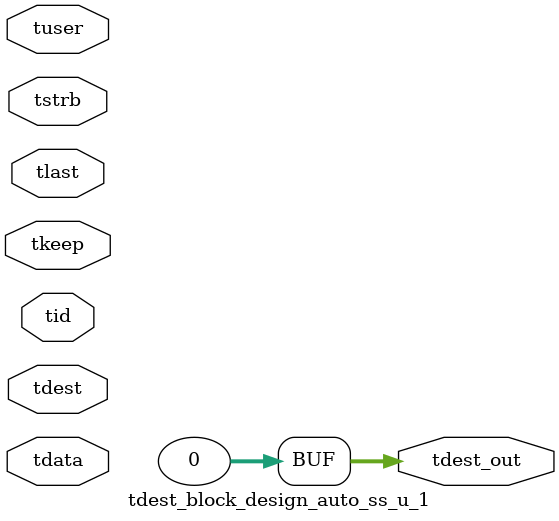
<source format=v>


`timescale 1ps/1ps

module tdest_block_design_auto_ss_u_1 #
(
parameter C_S_AXIS_TDATA_WIDTH = 32,
parameter C_S_AXIS_TUSER_WIDTH = 0,
parameter C_S_AXIS_TID_WIDTH   = 0,
parameter C_S_AXIS_TDEST_WIDTH = 0,
parameter C_M_AXIS_TDEST_WIDTH = 32
)
(
input  [(C_S_AXIS_TDATA_WIDTH == 0 ? 1 : C_S_AXIS_TDATA_WIDTH)-1:0     ] tdata,
input  [(C_S_AXIS_TUSER_WIDTH == 0 ? 1 : C_S_AXIS_TUSER_WIDTH)-1:0     ] tuser,
input  [(C_S_AXIS_TID_WIDTH   == 0 ? 1 : C_S_AXIS_TID_WIDTH)-1:0       ] tid,
input  [(C_S_AXIS_TDEST_WIDTH == 0 ? 1 : C_S_AXIS_TDEST_WIDTH)-1:0     ] tdest,
input  [(C_S_AXIS_TDATA_WIDTH/8)-1:0 ] tkeep,
input  [(C_S_AXIS_TDATA_WIDTH/8)-1:0 ] tstrb,
input                                                                    tlast,
output [C_M_AXIS_TDEST_WIDTH-1:0] tdest_out
);

assign tdest_out = {1'b0};

endmodule


</source>
